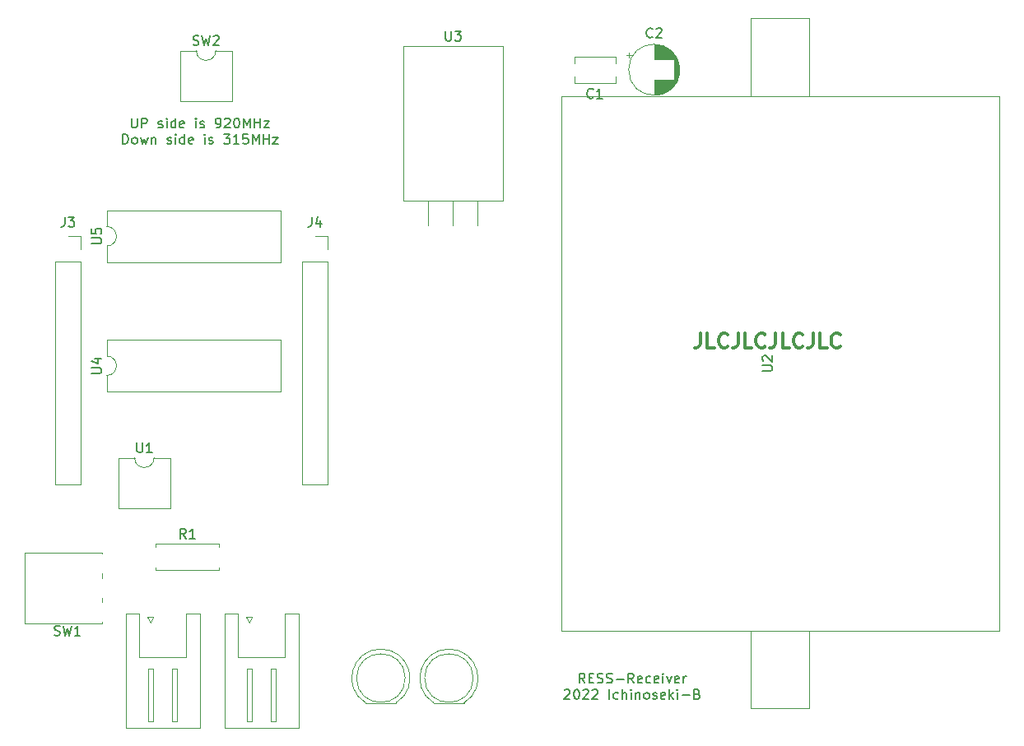
<source format=gbr>
%TF.GenerationSoftware,KiCad,Pcbnew,(5.1.9)-1*%
%TF.CreationDate,2022-07-22T17:15:22+09:00*%
%TF.ProjectId,Receiver,52656365-6976-4657-922e-6b696361645f,rev?*%
%TF.SameCoordinates,Original*%
%TF.FileFunction,Legend,Top*%
%TF.FilePolarity,Positive*%
%FSLAX46Y46*%
G04 Gerber Fmt 4.6, Leading zero omitted, Abs format (unit mm)*
G04 Created by KiCad (PCBNEW (5.1.9)-1) date 2022-07-22 17:15:22*
%MOMM*%
%LPD*%
G01*
G04 APERTURE LIST*
%ADD10C,0.150000*%
%ADD11C,0.300000*%
%ADD12C,0.120000*%
G04 APERTURE END LIST*
D10*
X111086190Y-90067380D02*
X111086190Y-90876904D01*
X111133809Y-90972142D01*
X111181428Y-91019761D01*
X111276666Y-91067380D01*
X111467142Y-91067380D01*
X111562380Y-91019761D01*
X111610000Y-90972142D01*
X111657619Y-90876904D01*
X111657619Y-90067380D01*
X112133809Y-91067380D02*
X112133809Y-90067380D01*
X112514761Y-90067380D01*
X112610000Y-90115000D01*
X112657619Y-90162619D01*
X112705238Y-90257857D01*
X112705238Y-90400714D01*
X112657619Y-90495952D01*
X112610000Y-90543571D01*
X112514761Y-90591190D01*
X112133809Y-90591190D01*
X113848095Y-91019761D02*
X113943333Y-91067380D01*
X114133809Y-91067380D01*
X114229047Y-91019761D01*
X114276666Y-90924523D01*
X114276666Y-90876904D01*
X114229047Y-90781666D01*
X114133809Y-90734047D01*
X113990952Y-90734047D01*
X113895714Y-90686428D01*
X113848095Y-90591190D01*
X113848095Y-90543571D01*
X113895714Y-90448333D01*
X113990952Y-90400714D01*
X114133809Y-90400714D01*
X114229047Y-90448333D01*
X114705238Y-91067380D02*
X114705238Y-90400714D01*
X114705238Y-90067380D02*
X114657619Y-90115000D01*
X114705238Y-90162619D01*
X114752857Y-90115000D01*
X114705238Y-90067380D01*
X114705238Y-90162619D01*
X115610000Y-91067380D02*
X115610000Y-90067380D01*
X115610000Y-91019761D02*
X115514761Y-91067380D01*
X115324285Y-91067380D01*
X115229047Y-91019761D01*
X115181428Y-90972142D01*
X115133809Y-90876904D01*
X115133809Y-90591190D01*
X115181428Y-90495952D01*
X115229047Y-90448333D01*
X115324285Y-90400714D01*
X115514761Y-90400714D01*
X115610000Y-90448333D01*
X116467142Y-91019761D02*
X116371904Y-91067380D01*
X116181428Y-91067380D01*
X116086190Y-91019761D01*
X116038571Y-90924523D01*
X116038571Y-90543571D01*
X116086190Y-90448333D01*
X116181428Y-90400714D01*
X116371904Y-90400714D01*
X116467142Y-90448333D01*
X116514761Y-90543571D01*
X116514761Y-90638809D01*
X116038571Y-90734047D01*
X117705238Y-91067380D02*
X117705238Y-90400714D01*
X117705238Y-90067380D02*
X117657619Y-90115000D01*
X117705238Y-90162619D01*
X117752857Y-90115000D01*
X117705238Y-90067380D01*
X117705238Y-90162619D01*
X118133809Y-91019761D02*
X118229047Y-91067380D01*
X118419523Y-91067380D01*
X118514761Y-91019761D01*
X118562380Y-90924523D01*
X118562380Y-90876904D01*
X118514761Y-90781666D01*
X118419523Y-90734047D01*
X118276666Y-90734047D01*
X118181428Y-90686428D01*
X118133809Y-90591190D01*
X118133809Y-90543571D01*
X118181428Y-90448333D01*
X118276666Y-90400714D01*
X118419523Y-90400714D01*
X118514761Y-90448333D01*
X119800476Y-91067380D02*
X119990952Y-91067380D01*
X120086190Y-91019761D01*
X120133809Y-90972142D01*
X120229047Y-90829285D01*
X120276666Y-90638809D01*
X120276666Y-90257857D01*
X120229047Y-90162619D01*
X120181428Y-90115000D01*
X120086190Y-90067380D01*
X119895714Y-90067380D01*
X119800476Y-90115000D01*
X119752857Y-90162619D01*
X119705238Y-90257857D01*
X119705238Y-90495952D01*
X119752857Y-90591190D01*
X119800476Y-90638809D01*
X119895714Y-90686428D01*
X120086190Y-90686428D01*
X120181428Y-90638809D01*
X120229047Y-90591190D01*
X120276666Y-90495952D01*
X120657619Y-90162619D02*
X120705238Y-90115000D01*
X120800476Y-90067380D01*
X121038571Y-90067380D01*
X121133809Y-90115000D01*
X121181428Y-90162619D01*
X121229047Y-90257857D01*
X121229047Y-90353095D01*
X121181428Y-90495952D01*
X120610000Y-91067380D01*
X121229047Y-91067380D01*
X121848095Y-90067380D02*
X121943333Y-90067380D01*
X122038571Y-90115000D01*
X122086190Y-90162619D01*
X122133809Y-90257857D01*
X122181428Y-90448333D01*
X122181428Y-90686428D01*
X122133809Y-90876904D01*
X122086190Y-90972142D01*
X122038571Y-91019761D01*
X121943333Y-91067380D01*
X121848095Y-91067380D01*
X121752857Y-91019761D01*
X121705238Y-90972142D01*
X121657619Y-90876904D01*
X121610000Y-90686428D01*
X121610000Y-90448333D01*
X121657619Y-90257857D01*
X121705238Y-90162619D01*
X121752857Y-90115000D01*
X121848095Y-90067380D01*
X122610000Y-91067380D02*
X122610000Y-90067380D01*
X122943333Y-90781666D01*
X123276666Y-90067380D01*
X123276666Y-91067380D01*
X123752857Y-91067380D02*
X123752857Y-90067380D01*
X123752857Y-90543571D02*
X124324285Y-90543571D01*
X124324285Y-91067380D02*
X124324285Y-90067380D01*
X124705238Y-90400714D02*
X125229047Y-90400714D01*
X124705238Y-91067380D01*
X125229047Y-91067380D01*
X110181428Y-92717380D02*
X110181428Y-91717380D01*
X110419523Y-91717380D01*
X110562380Y-91765000D01*
X110657619Y-91860238D01*
X110705238Y-91955476D01*
X110752857Y-92145952D01*
X110752857Y-92288809D01*
X110705238Y-92479285D01*
X110657619Y-92574523D01*
X110562380Y-92669761D01*
X110419523Y-92717380D01*
X110181428Y-92717380D01*
X111324285Y-92717380D02*
X111229047Y-92669761D01*
X111181428Y-92622142D01*
X111133809Y-92526904D01*
X111133809Y-92241190D01*
X111181428Y-92145952D01*
X111229047Y-92098333D01*
X111324285Y-92050714D01*
X111467142Y-92050714D01*
X111562380Y-92098333D01*
X111610000Y-92145952D01*
X111657619Y-92241190D01*
X111657619Y-92526904D01*
X111610000Y-92622142D01*
X111562380Y-92669761D01*
X111467142Y-92717380D01*
X111324285Y-92717380D01*
X111990952Y-92050714D02*
X112181428Y-92717380D01*
X112371904Y-92241190D01*
X112562380Y-92717380D01*
X112752857Y-92050714D01*
X113133809Y-92050714D02*
X113133809Y-92717380D01*
X113133809Y-92145952D02*
X113181428Y-92098333D01*
X113276666Y-92050714D01*
X113419523Y-92050714D01*
X113514761Y-92098333D01*
X113562380Y-92193571D01*
X113562380Y-92717380D01*
X114752857Y-92669761D02*
X114848095Y-92717380D01*
X115038571Y-92717380D01*
X115133809Y-92669761D01*
X115181428Y-92574523D01*
X115181428Y-92526904D01*
X115133809Y-92431666D01*
X115038571Y-92384047D01*
X114895714Y-92384047D01*
X114800476Y-92336428D01*
X114752857Y-92241190D01*
X114752857Y-92193571D01*
X114800476Y-92098333D01*
X114895714Y-92050714D01*
X115038571Y-92050714D01*
X115133809Y-92098333D01*
X115610000Y-92717380D02*
X115610000Y-92050714D01*
X115610000Y-91717380D02*
X115562380Y-91765000D01*
X115610000Y-91812619D01*
X115657619Y-91765000D01*
X115610000Y-91717380D01*
X115610000Y-91812619D01*
X116514761Y-92717380D02*
X116514761Y-91717380D01*
X116514761Y-92669761D02*
X116419523Y-92717380D01*
X116229047Y-92717380D01*
X116133809Y-92669761D01*
X116086190Y-92622142D01*
X116038571Y-92526904D01*
X116038571Y-92241190D01*
X116086190Y-92145952D01*
X116133809Y-92098333D01*
X116229047Y-92050714D01*
X116419523Y-92050714D01*
X116514761Y-92098333D01*
X117371904Y-92669761D02*
X117276666Y-92717380D01*
X117086190Y-92717380D01*
X116990952Y-92669761D01*
X116943333Y-92574523D01*
X116943333Y-92193571D01*
X116990952Y-92098333D01*
X117086190Y-92050714D01*
X117276666Y-92050714D01*
X117371904Y-92098333D01*
X117419523Y-92193571D01*
X117419523Y-92288809D01*
X116943333Y-92384047D01*
X118610000Y-92717380D02*
X118610000Y-92050714D01*
X118610000Y-91717380D02*
X118562380Y-91765000D01*
X118610000Y-91812619D01*
X118657619Y-91765000D01*
X118610000Y-91717380D01*
X118610000Y-91812619D01*
X119038571Y-92669761D02*
X119133809Y-92717380D01*
X119324285Y-92717380D01*
X119419523Y-92669761D01*
X119467142Y-92574523D01*
X119467142Y-92526904D01*
X119419523Y-92431666D01*
X119324285Y-92384047D01*
X119181428Y-92384047D01*
X119086190Y-92336428D01*
X119038571Y-92241190D01*
X119038571Y-92193571D01*
X119086190Y-92098333D01*
X119181428Y-92050714D01*
X119324285Y-92050714D01*
X119419523Y-92098333D01*
X120562380Y-91717380D02*
X121181428Y-91717380D01*
X120848095Y-92098333D01*
X120990952Y-92098333D01*
X121086190Y-92145952D01*
X121133809Y-92193571D01*
X121181428Y-92288809D01*
X121181428Y-92526904D01*
X121133809Y-92622142D01*
X121086190Y-92669761D01*
X120990952Y-92717380D01*
X120705238Y-92717380D01*
X120610000Y-92669761D01*
X120562380Y-92622142D01*
X122133809Y-92717380D02*
X121562380Y-92717380D01*
X121848095Y-92717380D02*
X121848095Y-91717380D01*
X121752857Y-91860238D01*
X121657619Y-91955476D01*
X121562380Y-92003095D01*
X123038571Y-91717380D02*
X122562380Y-91717380D01*
X122514761Y-92193571D01*
X122562380Y-92145952D01*
X122657619Y-92098333D01*
X122895714Y-92098333D01*
X122990952Y-92145952D01*
X123038571Y-92193571D01*
X123086190Y-92288809D01*
X123086190Y-92526904D01*
X123038571Y-92622142D01*
X122990952Y-92669761D01*
X122895714Y-92717380D01*
X122657619Y-92717380D01*
X122562380Y-92669761D01*
X122514761Y-92622142D01*
X123514761Y-92717380D02*
X123514761Y-91717380D01*
X123848095Y-92431666D01*
X124181428Y-91717380D01*
X124181428Y-92717380D01*
X124657619Y-92717380D02*
X124657619Y-91717380D01*
X124657619Y-92193571D02*
X125229047Y-92193571D01*
X125229047Y-92717380D02*
X125229047Y-91717380D01*
X125609999Y-92050714D02*
X126133809Y-92050714D01*
X125609999Y-92717380D01*
X126133809Y-92717380D01*
D11*
X169601428Y-112208571D02*
X169601428Y-113280000D01*
X169530000Y-113494285D01*
X169387142Y-113637142D01*
X169172857Y-113708571D01*
X169030000Y-113708571D01*
X171030000Y-113708571D02*
X170315714Y-113708571D01*
X170315714Y-112208571D01*
X172387142Y-113565714D02*
X172315714Y-113637142D01*
X172101428Y-113708571D01*
X171958571Y-113708571D01*
X171744285Y-113637142D01*
X171601428Y-113494285D01*
X171530000Y-113351428D01*
X171458571Y-113065714D01*
X171458571Y-112851428D01*
X171530000Y-112565714D01*
X171601428Y-112422857D01*
X171744285Y-112280000D01*
X171958571Y-112208571D01*
X172101428Y-112208571D01*
X172315714Y-112280000D01*
X172387142Y-112351428D01*
X173458571Y-112208571D02*
X173458571Y-113280000D01*
X173387142Y-113494285D01*
X173244285Y-113637142D01*
X173030000Y-113708571D01*
X172887142Y-113708571D01*
X174887142Y-113708571D02*
X174172857Y-113708571D01*
X174172857Y-112208571D01*
X176244285Y-113565714D02*
X176172857Y-113637142D01*
X175958571Y-113708571D01*
X175815714Y-113708571D01*
X175601428Y-113637142D01*
X175458571Y-113494285D01*
X175387142Y-113351428D01*
X175315714Y-113065714D01*
X175315714Y-112851428D01*
X175387142Y-112565714D01*
X175458571Y-112422857D01*
X175601428Y-112280000D01*
X175815714Y-112208571D01*
X175958571Y-112208571D01*
X176172857Y-112280000D01*
X176244285Y-112351428D01*
X177315714Y-112208571D02*
X177315714Y-113280000D01*
X177244285Y-113494285D01*
X177101428Y-113637142D01*
X176887142Y-113708571D01*
X176744285Y-113708571D01*
X178744285Y-113708571D02*
X178030000Y-113708571D01*
X178030000Y-112208571D01*
X180101428Y-113565714D02*
X180030000Y-113637142D01*
X179815714Y-113708571D01*
X179672857Y-113708571D01*
X179458571Y-113637142D01*
X179315714Y-113494285D01*
X179244285Y-113351428D01*
X179172857Y-113065714D01*
X179172857Y-112851428D01*
X179244285Y-112565714D01*
X179315714Y-112422857D01*
X179458571Y-112280000D01*
X179672857Y-112208571D01*
X179815714Y-112208571D01*
X180030000Y-112280000D01*
X180101428Y-112351428D01*
X181172857Y-112208571D02*
X181172857Y-113280000D01*
X181101428Y-113494285D01*
X180958571Y-113637142D01*
X180744285Y-113708571D01*
X180601428Y-113708571D01*
X182601428Y-113708571D02*
X181887142Y-113708571D01*
X181887142Y-112208571D01*
X183958571Y-113565714D02*
X183887142Y-113637142D01*
X183672857Y-113708571D01*
X183530000Y-113708571D01*
X183315714Y-113637142D01*
X183172857Y-113494285D01*
X183101428Y-113351428D01*
X183030000Y-113065714D01*
X183030000Y-112851428D01*
X183101428Y-112565714D01*
X183172857Y-112422857D01*
X183315714Y-112280000D01*
X183530000Y-112208571D01*
X183672857Y-112208571D01*
X183887142Y-112280000D01*
X183958571Y-112351428D01*
D10*
X157702857Y-148217380D02*
X157369523Y-147741190D01*
X157131428Y-148217380D02*
X157131428Y-147217380D01*
X157512380Y-147217380D01*
X157607619Y-147265000D01*
X157655238Y-147312619D01*
X157702857Y-147407857D01*
X157702857Y-147550714D01*
X157655238Y-147645952D01*
X157607619Y-147693571D01*
X157512380Y-147741190D01*
X157131428Y-147741190D01*
X158131428Y-147693571D02*
X158464761Y-147693571D01*
X158607619Y-148217380D02*
X158131428Y-148217380D01*
X158131428Y-147217380D01*
X158607619Y-147217380D01*
X158988571Y-148169761D02*
X159131428Y-148217380D01*
X159369523Y-148217380D01*
X159464761Y-148169761D01*
X159512380Y-148122142D01*
X159560000Y-148026904D01*
X159560000Y-147931666D01*
X159512380Y-147836428D01*
X159464761Y-147788809D01*
X159369523Y-147741190D01*
X159179047Y-147693571D01*
X159083809Y-147645952D01*
X159036190Y-147598333D01*
X158988571Y-147503095D01*
X158988571Y-147407857D01*
X159036190Y-147312619D01*
X159083809Y-147265000D01*
X159179047Y-147217380D01*
X159417142Y-147217380D01*
X159560000Y-147265000D01*
X159940952Y-148169761D02*
X160083809Y-148217380D01*
X160321904Y-148217380D01*
X160417142Y-148169761D01*
X160464761Y-148122142D01*
X160512380Y-148026904D01*
X160512380Y-147931666D01*
X160464761Y-147836428D01*
X160417142Y-147788809D01*
X160321904Y-147741190D01*
X160131428Y-147693571D01*
X160036190Y-147645952D01*
X159988571Y-147598333D01*
X159940952Y-147503095D01*
X159940952Y-147407857D01*
X159988571Y-147312619D01*
X160036190Y-147265000D01*
X160131428Y-147217380D01*
X160369523Y-147217380D01*
X160512380Y-147265000D01*
X160940952Y-147836428D02*
X161702857Y-147836428D01*
X162750476Y-148217380D02*
X162417142Y-147741190D01*
X162179047Y-148217380D02*
X162179047Y-147217380D01*
X162560000Y-147217380D01*
X162655238Y-147265000D01*
X162702857Y-147312619D01*
X162750476Y-147407857D01*
X162750476Y-147550714D01*
X162702857Y-147645952D01*
X162655238Y-147693571D01*
X162560000Y-147741190D01*
X162179047Y-147741190D01*
X163560000Y-148169761D02*
X163464761Y-148217380D01*
X163274285Y-148217380D01*
X163179047Y-148169761D01*
X163131428Y-148074523D01*
X163131428Y-147693571D01*
X163179047Y-147598333D01*
X163274285Y-147550714D01*
X163464761Y-147550714D01*
X163560000Y-147598333D01*
X163607619Y-147693571D01*
X163607619Y-147788809D01*
X163131428Y-147884047D01*
X164464761Y-148169761D02*
X164369523Y-148217380D01*
X164179047Y-148217380D01*
X164083809Y-148169761D01*
X164036190Y-148122142D01*
X163988571Y-148026904D01*
X163988571Y-147741190D01*
X164036190Y-147645952D01*
X164083809Y-147598333D01*
X164179047Y-147550714D01*
X164369523Y-147550714D01*
X164464761Y-147598333D01*
X165274285Y-148169761D02*
X165179047Y-148217380D01*
X164988571Y-148217380D01*
X164893333Y-148169761D01*
X164845714Y-148074523D01*
X164845714Y-147693571D01*
X164893333Y-147598333D01*
X164988571Y-147550714D01*
X165179047Y-147550714D01*
X165274285Y-147598333D01*
X165321904Y-147693571D01*
X165321904Y-147788809D01*
X164845714Y-147884047D01*
X165750476Y-148217380D02*
X165750476Y-147550714D01*
X165750476Y-147217380D02*
X165702857Y-147265000D01*
X165750476Y-147312619D01*
X165798095Y-147265000D01*
X165750476Y-147217380D01*
X165750476Y-147312619D01*
X166131428Y-147550714D02*
X166369523Y-148217380D01*
X166607619Y-147550714D01*
X167369523Y-148169761D02*
X167274285Y-148217380D01*
X167083809Y-148217380D01*
X166988571Y-148169761D01*
X166940952Y-148074523D01*
X166940952Y-147693571D01*
X166988571Y-147598333D01*
X167083809Y-147550714D01*
X167274285Y-147550714D01*
X167369523Y-147598333D01*
X167417142Y-147693571D01*
X167417142Y-147788809D01*
X166940952Y-147884047D01*
X167845714Y-148217380D02*
X167845714Y-147550714D01*
X167845714Y-147741190D02*
X167893333Y-147645952D01*
X167940952Y-147598333D01*
X168036190Y-147550714D01*
X168131428Y-147550714D01*
X155607619Y-148962619D02*
X155655238Y-148915000D01*
X155750476Y-148867380D01*
X155988571Y-148867380D01*
X156083809Y-148915000D01*
X156131428Y-148962619D01*
X156179047Y-149057857D01*
X156179047Y-149153095D01*
X156131428Y-149295952D01*
X155560000Y-149867380D01*
X156179047Y-149867380D01*
X156798095Y-148867380D02*
X156893333Y-148867380D01*
X156988571Y-148915000D01*
X157036190Y-148962619D01*
X157083809Y-149057857D01*
X157131428Y-149248333D01*
X157131428Y-149486428D01*
X157083809Y-149676904D01*
X157036190Y-149772142D01*
X156988571Y-149819761D01*
X156893333Y-149867380D01*
X156798095Y-149867380D01*
X156702857Y-149819761D01*
X156655238Y-149772142D01*
X156607619Y-149676904D01*
X156560000Y-149486428D01*
X156560000Y-149248333D01*
X156607619Y-149057857D01*
X156655238Y-148962619D01*
X156702857Y-148915000D01*
X156798095Y-148867380D01*
X157512380Y-148962619D02*
X157560000Y-148915000D01*
X157655238Y-148867380D01*
X157893333Y-148867380D01*
X157988571Y-148915000D01*
X158036190Y-148962619D01*
X158083809Y-149057857D01*
X158083809Y-149153095D01*
X158036190Y-149295952D01*
X157464761Y-149867380D01*
X158083809Y-149867380D01*
X158464761Y-148962619D02*
X158512380Y-148915000D01*
X158607619Y-148867380D01*
X158845714Y-148867380D01*
X158940952Y-148915000D01*
X158988571Y-148962619D01*
X159036190Y-149057857D01*
X159036190Y-149153095D01*
X158988571Y-149295952D01*
X158417142Y-149867380D01*
X159036190Y-149867380D01*
X160226666Y-149867380D02*
X160226666Y-148867380D01*
X161131428Y-149819761D02*
X161036190Y-149867380D01*
X160845714Y-149867380D01*
X160750476Y-149819761D01*
X160702857Y-149772142D01*
X160655238Y-149676904D01*
X160655238Y-149391190D01*
X160702857Y-149295952D01*
X160750476Y-149248333D01*
X160845714Y-149200714D01*
X161036190Y-149200714D01*
X161131428Y-149248333D01*
X161560000Y-149867380D02*
X161560000Y-148867380D01*
X161988571Y-149867380D02*
X161988571Y-149343571D01*
X161940952Y-149248333D01*
X161845714Y-149200714D01*
X161702857Y-149200714D01*
X161607619Y-149248333D01*
X161560000Y-149295952D01*
X162464761Y-149867380D02*
X162464761Y-149200714D01*
X162464761Y-148867380D02*
X162417142Y-148915000D01*
X162464761Y-148962619D01*
X162512380Y-148915000D01*
X162464761Y-148867380D01*
X162464761Y-148962619D01*
X162940952Y-149200714D02*
X162940952Y-149867380D01*
X162940952Y-149295952D02*
X162988571Y-149248333D01*
X163083809Y-149200714D01*
X163226666Y-149200714D01*
X163321904Y-149248333D01*
X163369523Y-149343571D01*
X163369523Y-149867380D01*
X163988571Y-149867380D02*
X163893333Y-149819761D01*
X163845714Y-149772142D01*
X163798095Y-149676904D01*
X163798095Y-149391190D01*
X163845714Y-149295952D01*
X163893333Y-149248333D01*
X163988571Y-149200714D01*
X164131428Y-149200714D01*
X164226666Y-149248333D01*
X164274285Y-149295952D01*
X164321904Y-149391190D01*
X164321904Y-149676904D01*
X164274285Y-149772142D01*
X164226666Y-149819761D01*
X164131428Y-149867380D01*
X163988571Y-149867380D01*
X164702857Y-149819761D02*
X164798095Y-149867380D01*
X164988571Y-149867380D01*
X165083809Y-149819761D01*
X165131428Y-149724523D01*
X165131428Y-149676904D01*
X165083809Y-149581666D01*
X164988571Y-149534047D01*
X164845714Y-149534047D01*
X164750476Y-149486428D01*
X164702857Y-149391190D01*
X164702857Y-149343571D01*
X164750476Y-149248333D01*
X164845714Y-149200714D01*
X164988571Y-149200714D01*
X165083809Y-149248333D01*
X165940952Y-149819761D02*
X165845714Y-149867380D01*
X165655238Y-149867380D01*
X165560000Y-149819761D01*
X165512380Y-149724523D01*
X165512380Y-149343571D01*
X165560000Y-149248333D01*
X165655238Y-149200714D01*
X165845714Y-149200714D01*
X165940952Y-149248333D01*
X165988571Y-149343571D01*
X165988571Y-149438809D01*
X165512380Y-149534047D01*
X166417142Y-149867380D02*
X166417142Y-148867380D01*
X166512380Y-149486428D02*
X166798095Y-149867380D01*
X166798095Y-149200714D02*
X166417142Y-149581666D01*
X167226666Y-149867380D02*
X167226666Y-149200714D01*
X167226666Y-148867380D02*
X167179047Y-148915000D01*
X167226666Y-148962619D01*
X167274285Y-148915000D01*
X167226666Y-148867380D01*
X167226666Y-148962619D01*
X167702857Y-149486428D02*
X168464761Y-149486428D01*
X169274285Y-149343571D02*
X169417142Y-149391190D01*
X169464761Y-149438809D01*
X169512380Y-149534047D01*
X169512380Y-149676904D01*
X169464761Y-149772142D01*
X169417142Y-149819761D01*
X169321904Y-149867380D01*
X168940952Y-149867380D01*
X168940952Y-148867380D01*
X169274285Y-148867380D01*
X169369523Y-148915000D01*
X169417142Y-148962619D01*
X169464761Y-149057857D01*
X169464761Y-149153095D01*
X169417142Y-149248333D01*
X169369523Y-149295952D01*
X169274285Y-149343571D01*
X168940952Y-149343571D01*
D12*
%TO.C,U2*%
X200300000Y-115320000D02*
X200300000Y-87820000D01*
X155300000Y-115320000D02*
X155300000Y-87820000D01*
X155300000Y-87820000D02*
X200300000Y-87820000D01*
X200300000Y-115320000D02*
X200300000Y-142820000D01*
X200300000Y-142820000D02*
X155300000Y-142820000D01*
X155300000Y-142820000D02*
X155300000Y-115320000D01*
X180800000Y-83820000D02*
X180800000Y-87820000D01*
X174800000Y-83820000D02*
X174800000Y-87820000D01*
X174800000Y-146820000D02*
X174800000Y-142820000D01*
X180800000Y-146820000D02*
X180800000Y-142820000D01*
X180800000Y-146820000D02*
X180800000Y-150820000D01*
X180800000Y-150820000D02*
X174800000Y-150820000D01*
X174800000Y-150820000D02*
X174800000Y-146820000D01*
X174800000Y-83820000D02*
X174800000Y-79820000D01*
X174800000Y-79820000D02*
X180800000Y-79820000D01*
X180800000Y-79820000D02*
X180800000Y-83820000D01*
%TO.C,J3*%
X103210000Y-104850000D02*
X105870000Y-104850000D01*
X103210000Y-104850000D02*
X103210000Y-127770000D01*
X103210000Y-127770000D02*
X105870000Y-127770000D01*
X105870000Y-104850000D02*
X105870000Y-127770000D01*
X105870000Y-102250000D02*
X105870000Y-103580000D01*
X104540000Y-102250000D02*
X105870000Y-102250000D01*
%TO.C,J4*%
X129940000Y-102250000D02*
X131270000Y-102250000D01*
X131270000Y-102250000D02*
X131270000Y-103580000D01*
X131270000Y-104850000D02*
X131270000Y-127770000D01*
X128610000Y-127770000D02*
X131270000Y-127770000D01*
X128610000Y-104850000D02*
X128610000Y-127770000D01*
X128610000Y-104850000D02*
X131270000Y-104850000D01*
%TO.C,J5*%
X124440000Y-152820000D02*
X120630000Y-152820000D01*
X120630000Y-152820000D02*
X120630000Y-141100000D01*
X120630000Y-141100000D02*
X122050000Y-141100000D01*
X122050000Y-141100000D02*
X122050000Y-145600000D01*
X122050000Y-145600000D02*
X124440000Y-145600000D01*
X124440000Y-152820000D02*
X128250000Y-152820000D01*
X128250000Y-152820000D02*
X128250000Y-141100000D01*
X128250000Y-141100000D02*
X126830000Y-141100000D01*
X126830000Y-141100000D02*
X126830000Y-145600000D01*
X126830000Y-145600000D02*
X124440000Y-145600000D01*
X122940000Y-146710000D02*
X122940000Y-152210000D01*
X122940000Y-152210000D02*
X123440000Y-152210000D01*
X123440000Y-152210000D02*
X123440000Y-146710000D01*
X123440000Y-146710000D02*
X122940000Y-146710000D01*
X125440000Y-146710000D02*
X125440000Y-152210000D01*
X125440000Y-152210000D02*
X125940000Y-152210000D01*
X125940000Y-152210000D02*
X125940000Y-146710000D01*
X125940000Y-146710000D02*
X125440000Y-146710000D01*
X123190000Y-142010000D02*
X122890000Y-141410000D01*
X122890000Y-141410000D02*
X123490000Y-141410000D01*
X123490000Y-141410000D02*
X123190000Y-142010000D01*
%TO.C,J6*%
X114280000Y-152820000D02*
X110470000Y-152820000D01*
X110470000Y-152820000D02*
X110470000Y-141100000D01*
X110470000Y-141100000D02*
X111890000Y-141100000D01*
X111890000Y-141100000D02*
X111890000Y-145600000D01*
X111890000Y-145600000D02*
X114280000Y-145600000D01*
X114280000Y-152820000D02*
X118090000Y-152820000D01*
X118090000Y-152820000D02*
X118090000Y-141100000D01*
X118090000Y-141100000D02*
X116670000Y-141100000D01*
X116670000Y-141100000D02*
X116670000Y-145600000D01*
X116670000Y-145600000D02*
X114280000Y-145600000D01*
X112780000Y-146710000D02*
X112780000Y-152210000D01*
X112780000Y-152210000D02*
X113280000Y-152210000D01*
X113280000Y-152210000D02*
X113280000Y-146710000D01*
X113280000Y-146710000D02*
X112780000Y-146710000D01*
X115280000Y-146710000D02*
X115280000Y-152210000D01*
X115280000Y-152210000D02*
X115780000Y-152210000D01*
X115780000Y-152210000D02*
X115780000Y-146710000D01*
X115780000Y-146710000D02*
X115280000Y-146710000D01*
X113030000Y-142010000D02*
X112730000Y-141410000D01*
X112730000Y-141410000D02*
X113330000Y-141410000D01*
X113330000Y-141410000D02*
X113030000Y-142010000D01*
%TO.C,D1*%
X135180000Y-150275000D02*
X138270000Y-150275000D01*
X139225000Y-147715000D02*
G75*
G03*
X139225000Y-147715000I-2500000J0D01*
G01*
X136725462Y-144725000D02*
G75*
G03*
X135180170Y-150275000I-462J-2990000D01*
G01*
X136724538Y-144725000D02*
G75*
G02*
X138269830Y-150275000I462J-2990000D01*
G01*
%TO.C,D2*%
X146225000Y-147715000D02*
G75*
G03*
X146225000Y-147715000I-2500000J0D01*
G01*
X142180000Y-150275000D02*
X145270000Y-150275000D01*
X143724538Y-144725000D02*
G75*
G02*
X145269830Y-150275000I462J-2990000D01*
G01*
X143725462Y-144725000D02*
G75*
G03*
X142180170Y-150275000I-462J-2990000D01*
G01*
%TO.C,SW2*%
X121395000Y-83125000D02*
X119745000Y-83125000D01*
X121395000Y-88325000D02*
X121395000Y-83125000D01*
X116095000Y-88325000D02*
X121395000Y-88325000D01*
X116095000Y-83125000D02*
X116095000Y-88325000D01*
X117745000Y-83125000D02*
X116095000Y-83125000D01*
X119745000Y-83125000D02*
G75*
G02*
X117745000Y-83125000I-1000000J0D01*
G01*
%TO.C,U4*%
X108525000Y-112920000D02*
X108525000Y-114570000D01*
X126425000Y-112920000D02*
X108525000Y-112920000D01*
X126425000Y-118220000D02*
X126425000Y-112920000D01*
X108525000Y-118220000D02*
X126425000Y-118220000D01*
X108525000Y-116570000D02*
X108525000Y-118220000D01*
X108525000Y-114570000D02*
G75*
G02*
X108525000Y-116570000I0J-1000000D01*
G01*
%TO.C,U5*%
X108525000Y-103235000D02*
X108525000Y-104885000D01*
X108525000Y-104885000D02*
X126425000Y-104885000D01*
X126425000Y-104885000D02*
X126425000Y-99585000D01*
X126425000Y-99585000D02*
X108525000Y-99585000D01*
X108525000Y-99585000D02*
X108525000Y-101235000D01*
X108525000Y-101235000D02*
G75*
G02*
X108525000Y-103235000I0J-1000000D01*
G01*
%TO.C,SW1*%
X108070000Y-134780000D02*
X100120000Y-134780000D01*
X100120000Y-134780000D02*
X100120000Y-142080000D01*
X100120000Y-142080000D02*
X108070000Y-142080000D01*
X108070000Y-142080000D02*
X108070000Y-141930000D01*
X108070000Y-139430000D02*
X108070000Y-139930000D01*
X108070000Y-136930000D02*
X108070000Y-137430000D01*
X108070000Y-134780000D02*
X108070000Y-134930000D01*
%TO.C,R1*%
X120110000Y-136625000D02*
X120110000Y-136295000D01*
X113570000Y-136625000D02*
X120110000Y-136625000D01*
X113570000Y-136295000D02*
X113570000Y-136625000D01*
X120110000Y-133885000D02*
X120110000Y-134215000D01*
X113570000Y-133885000D02*
X120110000Y-133885000D01*
X113570000Y-134215000D02*
X113570000Y-133885000D01*
%TO.C,U1*%
X115045000Y-125035000D02*
X113395000Y-125035000D01*
X115045000Y-130235000D02*
X115045000Y-125035000D01*
X109745000Y-130235000D02*
X115045000Y-130235000D01*
X109745000Y-125035000D02*
X109745000Y-130235000D01*
X111395000Y-125035000D02*
X109745000Y-125035000D01*
X113395000Y-125035000D02*
G75*
G02*
X111395000Y-125035000I-1000000J0D01*
G01*
%TO.C,C1*%
X156610000Y-84425000D02*
X156610000Y-83720000D01*
X156610000Y-86460000D02*
X156610000Y-85755000D01*
X160850000Y-84425000D02*
X160850000Y-83720000D01*
X160850000Y-86460000D02*
X160850000Y-85755000D01*
X160850000Y-83720000D02*
X156610000Y-83720000D01*
X160850000Y-86460000D02*
X156610000Y-86460000D01*
%TO.C,C2*%
X162275225Y-83365000D02*
X162275225Y-83865000D01*
X162025225Y-83615000D02*
X162525225Y-83615000D01*
X167431000Y-84806000D02*
X167431000Y-85374000D01*
X167391000Y-84572000D02*
X167391000Y-85608000D01*
X167351000Y-84413000D02*
X167351000Y-85767000D01*
X167311000Y-84285000D02*
X167311000Y-85895000D01*
X167271000Y-84175000D02*
X167271000Y-86005000D01*
X167231000Y-84079000D02*
X167231000Y-86101000D01*
X167191000Y-83992000D02*
X167191000Y-86188000D01*
X167151000Y-83912000D02*
X167151000Y-86268000D01*
X167111000Y-83839000D02*
X167111000Y-86341000D01*
X167071000Y-83771000D02*
X167071000Y-86409000D01*
X167031000Y-83707000D02*
X167031000Y-86473000D01*
X166991000Y-83647000D02*
X166991000Y-86533000D01*
X166951000Y-83590000D02*
X166951000Y-86590000D01*
X166911000Y-83536000D02*
X166911000Y-86644000D01*
X166871000Y-83485000D02*
X166871000Y-86695000D01*
X166831000Y-86130000D02*
X166831000Y-86743000D01*
X166831000Y-83437000D02*
X166831000Y-84050000D01*
X166791000Y-86130000D02*
X166791000Y-86789000D01*
X166791000Y-83391000D02*
X166791000Y-84050000D01*
X166751000Y-86130000D02*
X166751000Y-86833000D01*
X166751000Y-83347000D02*
X166751000Y-84050000D01*
X166711000Y-86130000D02*
X166711000Y-86875000D01*
X166711000Y-83305000D02*
X166711000Y-84050000D01*
X166671000Y-86130000D02*
X166671000Y-86916000D01*
X166671000Y-83264000D02*
X166671000Y-84050000D01*
X166631000Y-86130000D02*
X166631000Y-86954000D01*
X166631000Y-83226000D02*
X166631000Y-84050000D01*
X166591000Y-86130000D02*
X166591000Y-86991000D01*
X166591000Y-83189000D02*
X166591000Y-84050000D01*
X166551000Y-86130000D02*
X166551000Y-87027000D01*
X166551000Y-83153000D02*
X166551000Y-84050000D01*
X166511000Y-86130000D02*
X166511000Y-87061000D01*
X166511000Y-83119000D02*
X166511000Y-84050000D01*
X166471000Y-86130000D02*
X166471000Y-87094000D01*
X166471000Y-83086000D02*
X166471000Y-84050000D01*
X166431000Y-86130000D02*
X166431000Y-87125000D01*
X166431000Y-83055000D02*
X166431000Y-84050000D01*
X166391000Y-86130000D02*
X166391000Y-87155000D01*
X166391000Y-83025000D02*
X166391000Y-84050000D01*
X166351000Y-86130000D02*
X166351000Y-87185000D01*
X166351000Y-82995000D02*
X166351000Y-84050000D01*
X166311000Y-86130000D02*
X166311000Y-87212000D01*
X166311000Y-82968000D02*
X166311000Y-84050000D01*
X166271000Y-86130000D02*
X166271000Y-87239000D01*
X166271000Y-82941000D02*
X166271000Y-84050000D01*
X166231000Y-86130000D02*
X166231000Y-87265000D01*
X166231000Y-82915000D02*
X166231000Y-84050000D01*
X166191000Y-86130000D02*
X166191000Y-87290000D01*
X166191000Y-82890000D02*
X166191000Y-84050000D01*
X166151000Y-86130000D02*
X166151000Y-87314000D01*
X166151000Y-82866000D02*
X166151000Y-84050000D01*
X166111000Y-86130000D02*
X166111000Y-87337000D01*
X166111000Y-82843000D02*
X166111000Y-84050000D01*
X166071000Y-86130000D02*
X166071000Y-87358000D01*
X166071000Y-82822000D02*
X166071000Y-84050000D01*
X166031000Y-86130000D02*
X166031000Y-87380000D01*
X166031000Y-82800000D02*
X166031000Y-84050000D01*
X165991000Y-86130000D02*
X165991000Y-87400000D01*
X165991000Y-82780000D02*
X165991000Y-84050000D01*
X165951000Y-86130000D02*
X165951000Y-87419000D01*
X165951000Y-82761000D02*
X165951000Y-84050000D01*
X165911000Y-86130000D02*
X165911000Y-87438000D01*
X165911000Y-82742000D02*
X165911000Y-84050000D01*
X165871000Y-86130000D02*
X165871000Y-87455000D01*
X165871000Y-82725000D02*
X165871000Y-84050000D01*
X165831000Y-86130000D02*
X165831000Y-87472000D01*
X165831000Y-82708000D02*
X165831000Y-84050000D01*
X165791000Y-86130000D02*
X165791000Y-87488000D01*
X165791000Y-82692000D02*
X165791000Y-84050000D01*
X165751000Y-86130000D02*
X165751000Y-87504000D01*
X165751000Y-82676000D02*
X165751000Y-84050000D01*
X165711000Y-86130000D02*
X165711000Y-87518000D01*
X165711000Y-82662000D02*
X165711000Y-84050000D01*
X165671000Y-86130000D02*
X165671000Y-87532000D01*
X165671000Y-82648000D02*
X165671000Y-84050000D01*
X165631000Y-86130000D02*
X165631000Y-87545000D01*
X165631000Y-82635000D02*
X165631000Y-84050000D01*
X165591000Y-86130000D02*
X165591000Y-87558000D01*
X165591000Y-82622000D02*
X165591000Y-84050000D01*
X165551000Y-86130000D02*
X165551000Y-87570000D01*
X165551000Y-82610000D02*
X165551000Y-84050000D01*
X165510000Y-86130000D02*
X165510000Y-87581000D01*
X165510000Y-82599000D02*
X165510000Y-84050000D01*
X165470000Y-86130000D02*
X165470000Y-87591000D01*
X165470000Y-82589000D02*
X165470000Y-84050000D01*
X165430000Y-86130000D02*
X165430000Y-87601000D01*
X165430000Y-82579000D02*
X165430000Y-84050000D01*
X165390000Y-86130000D02*
X165390000Y-87610000D01*
X165390000Y-82570000D02*
X165390000Y-84050000D01*
X165350000Y-86130000D02*
X165350000Y-87618000D01*
X165350000Y-82562000D02*
X165350000Y-84050000D01*
X165310000Y-86130000D02*
X165310000Y-87626000D01*
X165310000Y-82554000D02*
X165310000Y-84050000D01*
X165270000Y-86130000D02*
X165270000Y-87633000D01*
X165270000Y-82547000D02*
X165270000Y-84050000D01*
X165230000Y-86130000D02*
X165230000Y-87640000D01*
X165230000Y-82540000D02*
X165230000Y-84050000D01*
X165190000Y-86130000D02*
X165190000Y-87646000D01*
X165190000Y-82534000D02*
X165190000Y-84050000D01*
X165150000Y-86130000D02*
X165150000Y-87651000D01*
X165150000Y-82529000D02*
X165150000Y-84050000D01*
X165110000Y-86130000D02*
X165110000Y-87655000D01*
X165110000Y-82525000D02*
X165110000Y-84050000D01*
X165070000Y-86130000D02*
X165070000Y-87659000D01*
X165070000Y-82521000D02*
X165070000Y-84050000D01*
X165030000Y-86130000D02*
X165030000Y-87663000D01*
X165030000Y-82517000D02*
X165030000Y-84050000D01*
X164990000Y-86130000D02*
X164990000Y-87666000D01*
X164990000Y-82514000D02*
X164990000Y-84050000D01*
X164950000Y-86130000D02*
X164950000Y-87668000D01*
X164950000Y-82512000D02*
X164950000Y-84050000D01*
X164910000Y-86130000D02*
X164910000Y-87669000D01*
X164910000Y-82511000D02*
X164910000Y-84050000D01*
X164870000Y-82510000D02*
X164870000Y-84050000D01*
X164870000Y-86130000D02*
X164870000Y-87670000D01*
X164830000Y-82510000D02*
X164830000Y-84050000D01*
X164830000Y-86130000D02*
X164830000Y-87670000D01*
X167450000Y-85090000D02*
G75*
G03*
X167450000Y-85090000I-2620000J0D01*
G01*
%TO.C,U3*%
X146685000Y-98545000D02*
X146685000Y-101085000D01*
X144145000Y-98545000D02*
X144145000Y-101085000D01*
X141605000Y-98545000D02*
X141605000Y-101085000D01*
X149265000Y-82655000D02*
X149265000Y-98545000D01*
X139025000Y-82655000D02*
X139025000Y-98545000D01*
X139025000Y-82655000D02*
X149265000Y-82655000D01*
X139025000Y-98545000D02*
X149265000Y-98545000D01*
%TO.C,U2*%
D10*
X175982380Y-116081904D02*
X176791904Y-116081904D01*
X176887142Y-116034285D01*
X176934761Y-115986666D01*
X176982380Y-115891428D01*
X176982380Y-115700952D01*
X176934761Y-115605714D01*
X176887142Y-115558095D01*
X176791904Y-115510476D01*
X175982380Y-115510476D01*
X176077619Y-115081904D02*
X176030000Y-115034285D01*
X175982380Y-114939047D01*
X175982380Y-114700952D01*
X176030000Y-114605714D01*
X176077619Y-114558095D01*
X176172857Y-114510476D01*
X176268095Y-114510476D01*
X176410952Y-114558095D01*
X176982380Y-115129523D01*
X176982380Y-114510476D01*
%TO.C,J3*%
X104206666Y-100262380D02*
X104206666Y-100976666D01*
X104159047Y-101119523D01*
X104063809Y-101214761D01*
X103920952Y-101262380D01*
X103825714Y-101262380D01*
X104587619Y-100262380D02*
X105206666Y-100262380D01*
X104873333Y-100643333D01*
X105016190Y-100643333D01*
X105111428Y-100690952D01*
X105159047Y-100738571D01*
X105206666Y-100833809D01*
X105206666Y-101071904D01*
X105159047Y-101167142D01*
X105111428Y-101214761D01*
X105016190Y-101262380D01*
X104730476Y-101262380D01*
X104635238Y-101214761D01*
X104587619Y-101167142D01*
%TO.C,J4*%
X129606666Y-100262380D02*
X129606666Y-100976666D01*
X129559047Y-101119523D01*
X129463809Y-101214761D01*
X129320952Y-101262380D01*
X129225714Y-101262380D01*
X130511428Y-100595714D02*
X130511428Y-101262380D01*
X130273333Y-100214761D02*
X130035238Y-100929047D01*
X130654285Y-100929047D01*
%TO.C,SW2*%
X117411666Y-82529761D02*
X117554523Y-82577380D01*
X117792619Y-82577380D01*
X117887857Y-82529761D01*
X117935476Y-82482142D01*
X117983095Y-82386904D01*
X117983095Y-82291666D01*
X117935476Y-82196428D01*
X117887857Y-82148809D01*
X117792619Y-82101190D01*
X117602142Y-82053571D01*
X117506904Y-82005952D01*
X117459285Y-81958333D01*
X117411666Y-81863095D01*
X117411666Y-81767857D01*
X117459285Y-81672619D01*
X117506904Y-81625000D01*
X117602142Y-81577380D01*
X117840238Y-81577380D01*
X117983095Y-81625000D01*
X118316428Y-81577380D02*
X118554523Y-82577380D01*
X118745000Y-81863095D01*
X118935476Y-82577380D01*
X119173571Y-81577380D01*
X119506904Y-81672619D02*
X119554523Y-81625000D01*
X119649761Y-81577380D01*
X119887857Y-81577380D01*
X119983095Y-81625000D01*
X120030714Y-81672619D01*
X120078333Y-81767857D01*
X120078333Y-81863095D01*
X120030714Y-82005952D01*
X119459285Y-82577380D01*
X120078333Y-82577380D01*
%TO.C,U4*%
X106977380Y-116331904D02*
X107786904Y-116331904D01*
X107882142Y-116284285D01*
X107929761Y-116236666D01*
X107977380Y-116141428D01*
X107977380Y-115950952D01*
X107929761Y-115855714D01*
X107882142Y-115808095D01*
X107786904Y-115760476D01*
X106977380Y-115760476D01*
X107310714Y-114855714D02*
X107977380Y-114855714D01*
X106929761Y-115093809D02*
X107644047Y-115331904D01*
X107644047Y-114712857D01*
%TO.C,U5*%
X106977380Y-102996904D02*
X107786904Y-102996904D01*
X107882142Y-102949285D01*
X107929761Y-102901666D01*
X107977380Y-102806428D01*
X107977380Y-102615952D01*
X107929761Y-102520714D01*
X107882142Y-102473095D01*
X107786904Y-102425476D01*
X106977380Y-102425476D01*
X106977380Y-101473095D02*
X106977380Y-101949285D01*
X107453571Y-101996904D01*
X107405952Y-101949285D01*
X107358333Y-101854047D01*
X107358333Y-101615952D01*
X107405952Y-101520714D01*
X107453571Y-101473095D01*
X107548809Y-101425476D01*
X107786904Y-101425476D01*
X107882142Y-101473095D01*
X107929761Y-101520714D01*
X107977380Y-101615952D01*
X107977380Y-101854047D01*
X107929761Y-101949285D01*
X107882142Y-101996904D01*
%TO.C,SW1*%
X103136666Y-143284761D02*
X103279523Y-143332380D01*
X103517619Y-143332380D01*
X103612857Y-143284761D01*
X103660476Y-143237142D01*
X103708095Y-143141904D01*
X103708095Y-143046666D01*
X103660476Y-142951428D01*
X103612857Y-142903809D01*
X103517619Y-142856190D01*
X103327142Y-142808571D01*
X103231904Y-142760952D01*
X103184285Y-142713333D01*
X103136666Y-142618095D01*
X103136666Y-142522857D01*
X103184285Y-142427619D01*
X103231904Y-142380000D01*
X103327142Y-142332380D01*
X103565238Y-142332380D01*
X103708095Y-142380000D01*
X104041428Y-142332380D02*
X104279523Y-143332380D01*
X104470000Y-142618095D01*
X104660476Y-143332380D01*
X104898571Y-142332380D01*
X105803333Y-143332380D02*
X105231904Y-143332380D01*
X105517619Y-143332380D02*
X105517619Y-142332380D01*
X105422380Y-142475238D01*
X105327142Y-142570476D01*
X105231904Y-142618095D01*
%TO.C,R1*%
X116673333Y-133337380D02*
X116340000Y-132861190D01*
X116101904Y-133337380D02*
X116101904Y-132337380D01*
X116482857Y-132337380D01*
X116578095Y-132385000D01*
X116625714Y-132432619D01*
X116673333Y-132527857D01*
X116673333Y-132670714D01*
X116625714Y-132765952D01*
X116578095Y-132813571D01*
X116482857Y-132861190D01*
X116101904Y-132861190D01*
X117625714Y-133337380D02*
X117054285Y-133337380D01*
X117340000Y-133337380D02*
X117340000Y-132337380D01*
X117244761Y-132480238D01*
X117149523Y-132575476D01*
X117054285Y-132623095D01*
%TO.C,U1*%
X111633095Y-123487380D02*
X111633095Y-124296904D01*
X111680714Y-124392142D01*
X111728333Y-124439761D01*
X111823571Y-124487380D01*
X112014047Y-124487380D01*
X112109285Y-124439761D01*
X112156904Y-124392142D01*
X112204523Y-124296904D01*
X112204523Y-123487380D01*
X113204523Y-124487380D02*
X112633095Y-124487380D01*
X112918809Y-124487380D02*
X112918809Y-123487380D01*
X112823571Y-123630238D01*
X112728333Y-123725476D01*
X112633095Y-123773095D01*
%TO.C,C1*%
X158563333Y-87947142D02*
X158515714Y-87994761D01*
X158372857Y-88042380D01*
X158277619Y-88042380D01*
X158134761Y-87994761D01*
X158039523Y-87899523D01*
X157991904Y-87804285D01*
X157944285Y-87613809D01*
X157944285Y-87470952D01*
X157991904Y-87280476D01*
X158039523Y-87185238D01*
X158134761Y-87090000D01*
X158277619Y-87042380D01*
X158372857Y-87042380D01*
X158515714Y-87090000D01*
X158563333Y-87137619D01*
X159515714Y-88042380D02*
X158944285Y-88042380D01*
X159230000Y-88042380D02*
X159230000Y-87042380D01*
X159134761Y-87185238D01*
X159039523Y-87280476D01*
X158944285Y-87328095D01*
%TO.C,C2*%
X164663333Y-81697142D02*
X164615714Y-81744761D01*
X164472857Y-81792380D01*
X164377619Y-81792380D01*
X164234761Y-81744761D01*
X164139523Y-81649523D01*
X164091904Y-81554285D01*
X164044285Y-81363809D01*
X164044285Y-81220952D01*
X164091904Y-81030476D01*
X164139523Y-80935238D01*
X164234761Y-80840000D01*
X164377619Y-80792380D01*
X164472857Y-80792380D01*
X164615714Y-80840000D01*
X164663333Y-80887619D01*
X165044285Y-80887619D02*
X165091904Y-80840000D01*
X165187142Y-80792380D01*
X165425238Y-80792380D01*
X165520476Y-80840000D01*
X165568095Y-80887619D01*
X165615714Y-80982857D01*
X165615714Y-81078095D01*
X165568095Y-81220952D01*
X164996666Y-81792380D01*
X165615714Y-81792380D01*
%TO.C,U3*%
X143383095Y-81107380D02*
X143383095Y-81916904D01*
X143430714Y-82012142D01*
X143478333Y-82059761D01*
X143573571Y-82107380D01*
X143764047Y-82107380D01*
X143859285Y-82059761D01*
X143906904Y-82012142D01*
X143954523Y-81916904D01*
X143954523Y-81107380D01*
X144335476Y-81107380D02*
X144954523Y-81107380D01*
X144621190Y-81488333D01*
X144764047Y-81488333D01*
X144859285Y-81535952D01*
X144906904Y-81583571D01*
X144954523Y-81678809D01*
X144954523Y-81916904D01*
X144906904Y-82012142D01*
X144859285Y-82059761D01*
X144764047Y-82107380D01*
X144478333Y-82107380D01*
X144383095Y-82059761D01*
X144335476Y-82012142D01*
%TD*%
M02*

</source>
